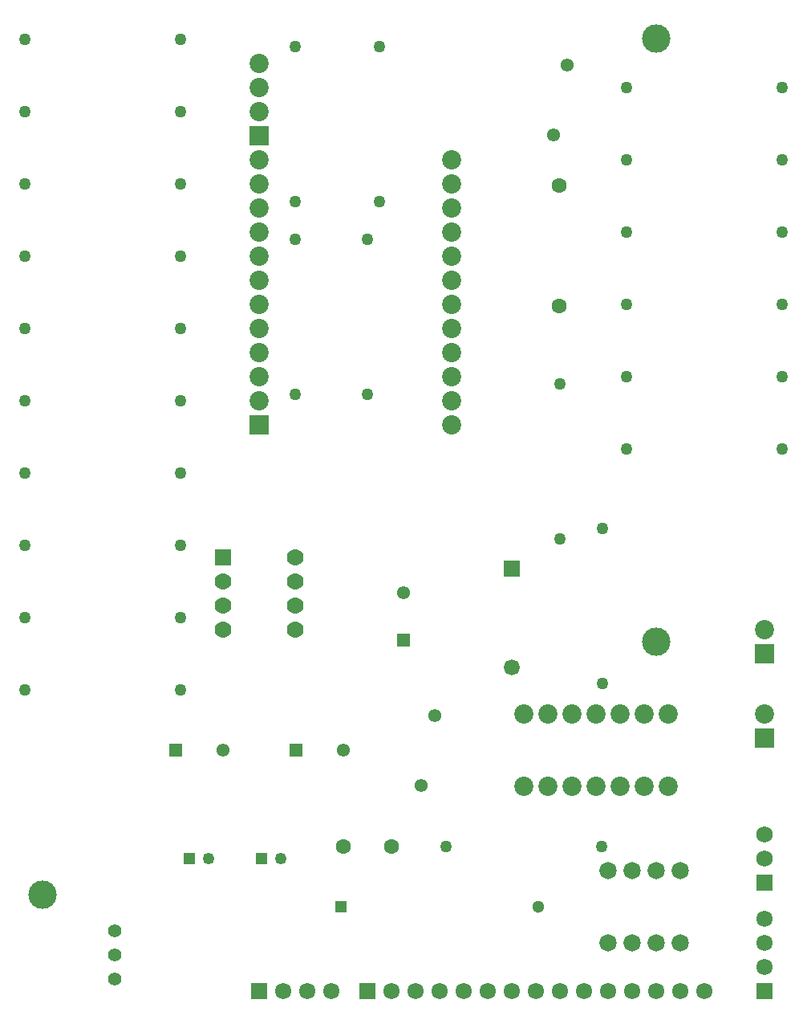
<source format=gbr>
G04 DipTrace 4.2.0.1*
G04 BottomMask.gbr*
%MOIN*%
G04 #@! TF.FileFunction,Soldermask,Bot*
G04 #@! TF.Part,Single*
%ADD48C,0.11811*%
%ADD63R,0.069934X0.069934*%
%ADD65C,0.069934*%
%ADD67C,0.071942*%
%ADD69C,0.079528*%
%ADD71C,0.055433*%
%ADD73C,0.049606*%
%ADD77C,0.062992*%
%ADD81C,0.079528*%
%ADD83R,0.079528X0.079528*%
%ADD85C,0.068337*%
%ADD87R,0.068337X0.068337*%
%ADD89C,0.067717*%
%ADD91R,0.067717X0.067717*%
%ADD93C,0.066535*%
%ADD95R,0.066535X0.066535*%
%ADD97C,0.051181*%
%ADD99R,0.051181X0.051181*%
%ADD101C,0.049213*%
%ADD103R,0.049213X0.049213*%
%ADD105R,0.054331X0.054331*%
%ADD107C,0.054331*%
%FSLAX26Y26*%
G04*
G70*
G90*
G75*
G01*
G04 BotMask*
%LPD*%
D107*
X2116142Y1398661D3*
X2171260Y1688740D3*
D105*
X2043701Y2001575D3*
D107*
Y2198425D3*
D105*
X1095276Y1543701D3*
D107*
X1292126D3*
D105*
X1595276D3*
D107*
X1792126D3*
X2721260Y4388740D3*
X2666142Y4098661D3*
D103*
X1454331Y1093701D3*
D101*
X1533071D3*
D99*
X1784252Y893701D3*
D97*
X2603150D3*
D103*
X1154331Y1093701D3*
D101*
X1233071D3*
D95*
X2493701Y2300000D3*
D93*
Y1887402D3*
D48*
X543701Y943701D3*
X3093701Y4498031D3*
Y1993701D3*
D91*
X1443701Y543701D3*
D89*
X1543701D3*
X1643701D3*
X1743701D3*
D91*
X1893701D3*
D89*
X1993701D3*
X2093701D3*
X2193701D3*
X2293701D3*
X2393701D3*
X2493701D3*
X2593701D3*
X2693701D3*
X2793701D3*
X2893701D3*
X2993701D3*
X3093701D3*
X3193701D3*
X3293701D3*
D91*
X3543701D3*
D89*
Y643701D3*
Y743701D3*
Y843701D3*
D87*
Y993701D3*
D85*
X3543699Y1093701D3*
X3543697Y1193701D3*
D83*
X3543701Y1593701D3*
D81*
Y1693701D3*
D83*
X3543702Y1943701D3*
D81*
X3543700Y2043701D3*
D77*
X2688181Y3888496D3*
Y3388496D3*
X1993701Y1143701D3*
X1793701D3*
D73*
X2693701Y3066535D3*
Y2420866D3*
X1893701Y3020866D3*
Y3666535D3*
X1116535Y4493701D3*
X470866D3*
X1116535Y4193701D3*
X470866D3*
X1116535Y3893701D3*
X470866D3*
X1116535Y3593701D3*
X470866D3*
X1116535Y3293701D3*
X470866D3*
X1116535Y2993701D3*
X470866D3*
X1116535Y2693701D3*
X470866D3*
X1116535Y2393701D3*
X470866D3*
X1116535Y2093701D3*
X470866D3*
X1116535Y1793701D3*
X470866D3*
X2970866Y2793701D3*
X3616535D3*
X2970866Y3093701D3*
X3616535D3*
X2970866Y3393701D3*
X3616535D3*
X2970866Y3693701D3*
X3616535D3*
X2970866Y3993701D3*
X3616535D3*
X2970866Y4293701D3*
X3616535D3*
X1943701Y4466535D3*
Y3820866D3*
X1593701D3*
Y4466535D3*
X2868701Y1820866D3*
Y2466535D3*
X1593701Y3020866D3*
Y3666535D3*
D71*
X843701Y793701D3*
Y593701D3*
Y693701D3*
D73*
X2220866Y1143701D3*
X2866535D3*
D83*
X1443701Y2893701D3*
D81*
Y2993701D3*
Y3093701D3*
Y3193701D3*
Y3293701D3*
Y3393701D3*
Y3493701D3*
Y3593701D3*
Y3693701D3*
Y3793701D3*
Y3893701D3*
Y3993701D3*
D83*
Y4093701D3*
D81*
Y4193701D3*
Y4293701D3*
Y4393701D3*
D69*
X2243701Y3993701D3*
D81*
Y3893701D3*
Y3793701D3*
Y3693701D3*
Y3593701D3*
Y3493701D3*
Y3393701D3*
Y3293701D3*
Y3193701D3*
Y3093701D3*
Y2993701D3*
Y2893701D3*
D69*
X2543701Y1393701D3*
X2643701D3*
X2743701D3*
X2843701D3*
X2943701D3*
X3043701D3*
X3143701D3*
X2543701Y1693701D3*
X2643701D3*
X2743701D3*
X2843701D3*
X2943701D3*
X3043701D3*
X3143701D3*
D67*
X3093701Y743701D3*
X2993701D3*
X3193701Y1043701D3*
X3093701D3*
X3193701Y743701D3*
X2893701Y1043701D3*
Y743701D3*
X2993701Y1043701D3*
D65*
X1593701Y2143701D3*
Y2243701D3*
Y2343701D3*
Y2043701D3*
X1293701Y2143701D3*
Y2043701D3*
Y2243701D3*
D63*
Y2343701D3*
M02*

</source>
